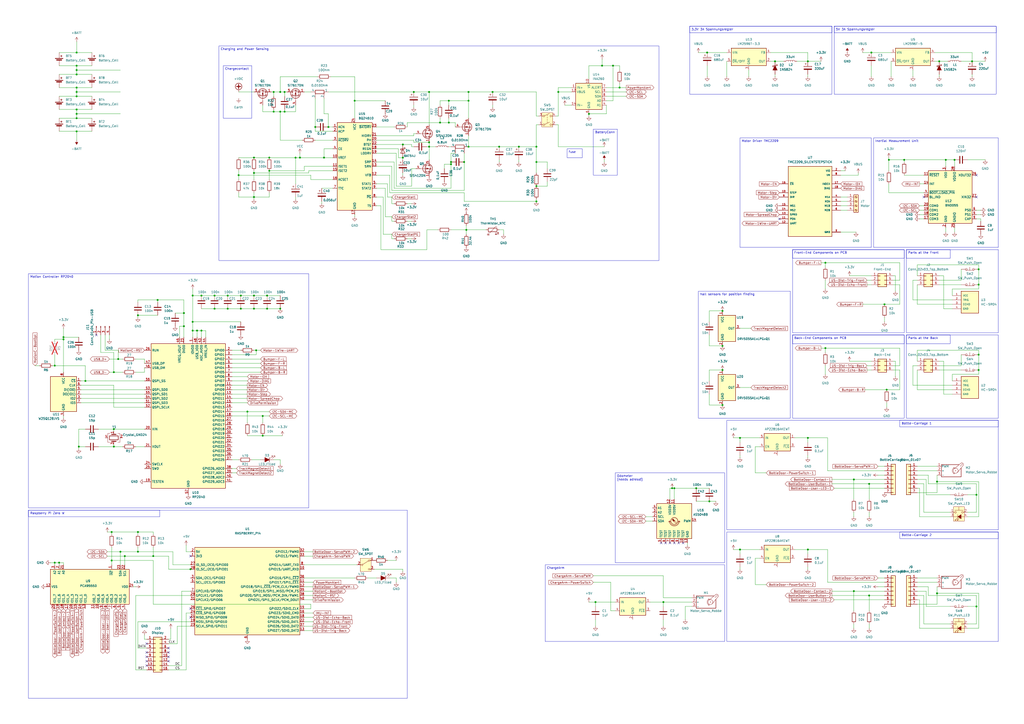
<source format=kicad_sch>
(kicad_sch
	(version 20231120)
	(generator "eeschema")
	(generator_version "8.0")
	(uuid "10e9ed1f-81fe-4a04-a219-cef72219a4ee")
	(paper "A2")
	
	(junction
		(at 429.26 318.77)
		(diameter 0)
		(color 0 0 0 0)
		(uuid "03268f60-248c-430f-9a48-def6cb6c976e")
	)
	(junction
		(at 148.59 203.2)
		(diameter 0)
		(color 0 0 0 0)
		(uuid "04234bed-4ba9-40ef-ac16-7d8ec800186b")
	)
	(junction
		(at 410.21 30.48)
		(diameter 0)
		(color 0 0 0 0)
		(uuid "06870aa4-4c9b-477d-9f05-4ca4de8f6a4d")
	)
	(junction
		(at 147.32 91.44)
		(diameter 0)
		(color 0 0 0 0)
		(uuid "078e93f4-ef9b-4a26-8fc8-7cb6440c9d83")
	)
	(junction
		(at 44.45 50.8)
		(diameter 0)
		(color 0 0 0 0)
		(uuid "083aae67-81c3-4ec2-bf4a-336ec22f72e9")
	)
	(junction
		(at 567.69 156.21)
		(diameter 0)
		(color 0 0 0 0)
		(uuid "0a9bdb1e-9b3a-41f4-835f-eeec191ae320")
	)
	(junction
		(at 205.74 58.42)
		(diameter 0)
		(color 0 0 0 0)
		(uuid "0fa84823-55a1-466b-9cc3-bd54f6acb385")
	)
	(junction
		(at 514.35 226.06)
		(diameter 0)
		(color 0 0 0 0)
		(uuid "1164d9f6-d69f-4765-bfe4-5ec41bb5ffc7")
	)
	(junction
		(at 270.51 133.35)
		(diameter 0)
		(color 0 0 0 0)
		(uuid "1591bc0a-595e-4743-a95b-031ef01c08e6")
	)
	(junction
		(at 248.92 53.34)
		(diameter 0)
		(color 0 0 0 0)
		(uuid "1679ec30-b595-4bc8-847c-00c67a55e84a")
	)
	(junction
		(at 411.48 290.83)
		(diameter 0)
		(color 0 0 0 0)
		(uuid "1b8fa2c7-fa8e-4998-809b-20561d475fbb")
	)
	(junction
		(at 389.89 283.21)
		(diameter 0)
		(color 0 0 0 0)
		(uuid "1d2d508c-e08b-4225-b0ac-1b0f49c14c3f")
	)
	(junction
		(at 36.83 195.58)
		(diameter 0)
		(color 0 0 0 0)
		(uuid "21be0d6d-08dd-4c6b-8dde-b3409b7daccd")
	)
	(junction
		(at 91.44 173.99)
		(diameter 0)
		(color 0 0 0 0)
		(uuid "22a4d2dd-f848-4193-8541-955420f6e17d")
	)
	(junction
		(at 44.45 68.58)
		(diameter 0)
		(color 0 0 0 0)
		(uuid "2421b6f1-9351-4b09-9d81-3293799c07ca")
	)
	(junction
		(at 543.56 279.4)
		(diameter 0)
		(color 0 0 0 0)
		(uuid "25fc08dd-dbcb-4986-8d99-a9d615e74609")
	)
	(junction
		(at 44.45 30.48)
		(diameter 0)
		(color 0 0 0 0)
		(uuid "265fbd34-c236-4afc-b472-ab5f7b1865f2")
	)
	(junction
		(at 64.77 325.12)
		(diameter 0)
		(color 0 0 0 0)
		(uuid "277e0764-7927-4216-849d-6bc3b8e09a44")
	)
	(junction
		(at 139.7 179.07)
		(diameter 0)
		(color 0 0 0 0)
		(uuid "29426718-41a1-4fab-a69c-de55200420f5")
	)
	(junction
		(at 44.45 43.18)
		(diameter 0)
		(color 0 0 0 0)
		(uuid "29b5096b-a417-4d8d-8959-38c8fd1009d5")
	)
	(junction
		(at 173.99 91.44)
		(diameter 0)
		(color 0 0 0 0)
		(uuid "2b369410-99bd-4582-9d81-3d76128a213a")
	)
	(junction
		(at 80.01 182.88)
		(diameter 0)
		(color 0 0 0 0)
		(uuid "2d0abeda-aac0-4388-a19d-3bc6f581aa05")
	)
	(junction
		(at 44.45 76.2)
		(diameter 0)
		(color 0 0 0 0)
		(uuid "2d1447b9-e1f8-416e-9e68-2f3a93be7887")
	)
	(junction
		(at 116.84 191.77)
		(diameter 0)
		(color 0 0 0 0)
		(uuid "2e7fad9a-09d7-4161-afc3-42855f89e07f")
	)
	(junction
		(at 187.96 91.44)
		(diameter 0)
		(color 0 0 0 0)
		(uuid "2fb5237e-5a20-44ce-8f36-963c438a2351")
	)
	(junction
		(at 147.32 179.07)
		(diameter 0)
		(color 0 0 0 0)
		(uuid "2fdf82e2-3891-4bd7-be3f-e7514a4bef5c")
	)
	(junction
		(at 311.15 85.09)
		(diameter 0)
		(color 0 0 0 0)
		(uuid "311f4d38-041f-4193-974d-1c83fbb67e88")
	)
	(junction
		(at 248.92 85.09)
		(diameter 0)
		(color 0 0 0 0)
		(uuid "35ac3a86-2b3b-4a03-adb1-0a5eb95a4bba")
	)
	(junction
		(at 124.46 179.07)
		(diameter 0)
		(color 0 0 0 0)
		(uuid "39a70374-4daf-4db7-bf38-bf4c46ca5dc6")
	)
	(junction
		(at 124.46 171.45)
		(diameter 0)
		(color 0 0 0 0)
		(uuid "3c018187-1d9c-4d03-8c02-29d04cab6f36")
	)
	(junction
		(at 88.9 322.58)
		(diameter 0)
		(color 0 0 0 0)
		(uuid "3ee83e4e-3370-4ed8-bcc6-114de62898d7")
	)
	(junction
		(at 349.25 38.1)
		(diameter 0)
		(color 0 0 0 0)
		(uuid "3eea0a00-3e9a-4c07-bf8c-cd1e7c4edf62")
	)
	(junction
		(at 147.32 100.33)
		(diameter 0)
		(color 0 0 0 0)
		(uuid "41cacee7-f5a4-4feb-90d3-5b89c79d1be2")
	)
	(junction
		(at 147.32 171.45)
		(diameter 0)
		(color 0 0 0 0)
		(uuid "451af065-1b1a-4969-88c6-18b12c3eaf4b")
	)
	(junction
		(at 513.08 176.53)
		(diameter 0)
		(color 0 0 0 0)
		(uuid "46e71d5b-0486-4156-82c5-6cd1b8ff00c5")
	)
	(junction
		(at 116.84 171.45)
		(diameter 0)
		(color 0 0 0 0)
		(uuid "470f61d3-5f15-44b3-9be8-d7ad98c6cb59")
	)
	(junction
		(at 419.1 234.95)
		(diameter 0)
		(color 0 0 0 0)
		(uuid "48971dba-eda7-491c-8cff-cff1d10cc4ba")
	)
	(junction
		(at 355.6 38.1)
		(diameter 0)
		(color 0 0 0 0)
		(uuid "4a08adb7-ea48-4326-a6c2-0515fd040642")
	)
	(junction
		(at 311.15 107.95)
		(diameter 0)
		(color 0 0 0 0)
		(uuid "4c87b946-ba01-4b69-b1a9-9e7e6044b062")
	)
	(junction
		(at 31.75 212.09)
		(diameter 0)
		(color 0 0 0 0)
		(uuid "4f324c9b-e82a-4655-af45-70ad70b76b07")
	)
	(junction
		(at 165.1 64.77)
		(diameter 0)
		(color 0 0 0 0)
		(uuid "4f5c7b81-43d6-4512-a1ff-f2767706b81b")
	)
	(junction
		(at 80.01 308.61)
		(diameter 0)
		(color 0 0 0 0)
		(uuid "4fafc432-26d7-4c70-844e-cbe5d393e13c")
	)
	(junction
		(at 68.58 208.28)
		(diameter 0)
		(color 0 0 0 0)
		(uuid "515f183c-9db6-4e5c-a04a-45e2e5b7cfce")
	)
	(junction
		(at 260.35 71.12)
		(diameter 0)
		(color 0 0 0 0)
		(uuid "51a07f6d-fef6-4ded-b7b5-940b5c2502f1")
	)
	(junction
		(at 563.88 35.56)
		(diameter 0)
		(color 0 0 0 0)
		(uuid "55e24700-a976-46b6-9a5e-322947c19269")
	)
	(junction
		(at 261.62 95.25)
		(diameter 0)
		(color 0 0 0 0)
		(uuid "5648a747-6913-4918-8ca5-acc9f5883311")
	)
	(junction
		(at 504.19 345.44)
		(diameter 0)
		(color 0 0 0 0)
		(uuid "57161dd7-66d7-4a82-9a79-eaa5c269842f")
	)
	(junction
		(at 419.1 214.63)
		(diameter 0)
		(color 0 0 0 0)
		(uuid "58941ba0-49a2-4b85-9a74-91b8353490af")
	)
	(junction
		(at 248.92 82.55)
		(diameter 0)
		(color 0 0 0 0)
		(uuid "594a1fa7-7f41-4e93-aa45-4e1c30e0c436")
	)
	(junction
		(at 567.69 214.63)
		(diameter 0)
		(color 0 0 0 0)
		(uuid "594cf67e-7a44-4414-8f11-a3da63be89bc")
	)
	(junction
		(at 255.27 71.12)
		(diameter 0)
		(color 0 0 0 0)
		(uuid "5cb3f681-a5b8-4722-b634-c4ebdba652ce")
	)
	(junction
		(at 548.64 92.71)
		(diameter 0)
		(color 0 0 0 0)
		(uuid "5eef07a4-476c-4d20-ab85-4e2f6966be7d")
	)
	(junction
		(at 419.1 180.34)
		(diameter 0)
		(color 0 0 0 0)
		(uuid "6897ca32-27ac-491f-81b3-db9981cbe5a5")
	)
	(junction
		(at 567.69 205.74)
		(diameter 0)
		(color 0 0 0 0)
		(uuid "6a3dc16e-cbd1-4799-aa60-2efd10351d35")
	)
	(junction
		(at 261.62 93.98)
		(diameter 0)
		(color 0 0 0 0)
		(uuid "6bda25a7-d433-4177-8a8c-e3ecc441d877")
	)
	(junction
		(at 111.76 191.77)
		(diameter 0)
		(color 0 0 0 0)
		(uuid "6d65149c-99e1-48b1-afd4-3fc0a4e61402")
	)
	(junction
		(at 311.15 93.98)
		(diameter 0)
		(color 0 0 0 0)
		(uuid "6ef56cb4-6ee0-4075-bb1b-a819c1239ddb")
	)
	(junction
		(at 44.45 66.04)
		(diameter 0)
		(color 0 0 0 0)
		(uuid "6f780dc5-431b-4107-8aa6-7a7b80f485db")
	)
	(junction
		(at 80.01 320.04)
		(diameter 0)
		(color 0 0 0 0)
		(uuid "7008afad-ebe6-4b0c-994b-1ffb34cb38c0")
	)
	(junction
		(at 495.3 278.13)
		(diameter 0)
		(color 0 0 0 0)
		(uuid "75888cbd-2c9c-44cc-a124-d721d5a43a54")
	)
	(junction
		(at 66.04 259.08)
		(diameter 0)
		(color 0 0 0 0)
		(uuid "75b73604-a04b-4e5e-8f2b-d7112a354c76")
	)
	(junction
		(at 152.4 252.73)
		(diameter 0)
		(color 0 0 0 0)
		(uuid "75ef01e9-385c-4ea7-9683-cb33dac2e24c")
	)
	(junction
		(at 156.21 99.06)
		(diameter 0)
		(color 0 0 0 0)
		(uuid "7a6f0ed7-48cc-489f-9f10-fea7b8900c2e")
	)
	(junction
		(at 44.45 40.64)
		(diameter 0)
		(color 0 0 0 0)
		(uuid "7b5e014f-6d02-49ab-956c-429ce09c3d2b")
	)
	(junction
		(at 566.42 351.79)
		(diameter 0)
		(color 0 0 0 0)
		(uuid "7cb410a2-cd21-4a99-a0fc-9cfba2c05cfa")
	)
	(junction
		(at 154.94 171.45)
		(diameter 0)
		(color 0 0 0 0)
		(uuid "7dc31fcc-7a3f-43f9-9177-cd22c32ac711")
	)
	(junction
		(at 543.56 344.17)
		(diameter 0)
		(color 0 0 0 0)
		(uuid "80f79bba-cc7f-4b8e-9517-8f247a51f6a4")
	)
	(junction
		(at 311.15 116.84)
		(diameter 0)
		(color 0 0 0 0)
		(uuid "821cd109-e758-4a14-9a36-4eccd116b2e8")
	)
	(junction
		(at 158.75 64.77)
		(diameter 0)
		(color 0 0 0 0)
		(uuid "82b92c49-401a-4913-858f-7e3f2f46ddcf")
	)
	(junction
		(at 111.76 186.69)
		(diameter 0)
		(color 0 0 0 0)
		(uuid "84d0a7d8-7dd4-4f12-bcc9-40014992f2ac")
	)
	(junction
		(at 504.19 280.67)
		(diameter 0)
		(color 0 0 0 0)
		(uuid "8521d5a2-40ba-4a5d-a5c4-2e6ef9471c28")
	)
	(junction
		(at 240.03 53.34)
		(diameter 0)
		(color 0 0 0 0)
		(uuid "85aefa31-e41f-4715-9986-793490d285ff")
	)
	(junction
		(at 44.45 53.34)
		(diameter 0)
		(color 0 0 0 0)
		(uuid "87f4a9f5-047d-4055-84ef-ce082379ddb6")
	)
	(junction
		(at 162.56 64.77)
		(diameter 0)
		(color 0 0 0 0)
		(uuid "882212e7-c879-43a9-94f4-d1d58d5f9db1")
	)
	(junction
		(at 478.79 201.93)
		(diameter 0)
		(color 0 0 0 0)
		(uuid "88a18d9a-46e4-498d-9d39-2906a2038335")
	)
	(junction
		(at 419.1 200.66)
		(diameter 0)
		(color 0 0 0 0)
		(uuid "8949e0e3-3200-4f92-ba6a-fc8d6b9cfd36")
	)
	(junction
		(at 271.78 85.09)
		(diameter 0)
		(color 0 0 0 0)
		(uuid "8a7f6c4c-38fa-47ce-ae35-629d17876516")
	)
	(junction
		(at 111.76 171.45)
		(diameter 0)
		(color 0 0 0 0)
		(uuid "8c8781ed-ac6a-4428-9845-847cdc5f6708")
	)
	(junction
		(at 271.78 53.34)
		(diameter 0)
		(color 0 0 0 0)
		(uuid "8e4272b3-cc34-461e-ac6a-bc00f9b86312")
	)
	(junction
		(at 271.78 58.42)
		(diameter 0)
		(color 0 0 0 0)
		(uuid "8f6c5fa1-1431-4ada-bf5f-e2d89623533d")
	)
	(junction
		(at 132.08 179.07)
		(diameter 0)
		(color 0 0 0 0)
		(uuid "90d555f8-82ed-4e5b-9fde-9f2563ca9a84")
	)
	(junction
		(at 345.44 349.25)
		(diameter 0)
		(color 0 0 0 0)
		(uuid "9339e47f-85f5-408a-b36c-b27fd8430462")
	)
	(junction
		(at 190.5 73.66)
		(diameter 0)
		(color 0 0 0 0)
		(uuid "93f07516-6868-4305-aacb-0ba200e0c11d")
	)
	(junction
		(at 162.56 179.07)
		(diameter 0)
		(color 0 0 0 0)
		(uuid "9471eeb1-2a59-42c9-9805-be6e33dda6f7")
	)
	(junction
		(at 495.3 342.9)
		(diameter 0)
		(color 0 0 0 0)
		(uuid "95c38d03-b4bc-4d18-b7ec-e184e5f2b0d1")
	)
	(junction
		(at 158.75 53.34)
		(diameter 0)
		(color 0 0 0 0)
		(uuid "96aa31a1-4e10-459b-997d-dbaa4ad37b35")
	)
	(junction
		(at 515.62 92.71)
		(diameter 0)
		(color 0 0 0 0)
		(uuid "99315baa-d1fc-4dc4-bcfc-637bd899f1ef")
	)
	(junction
		(at 544.83 35.56)
		(diameter 0)
		(color 0 0 0 0)
		(uuid "99af6a2b-938f-4a05-a868-2edc7d4b2aed")
	)
	(junction
		(at 72.39 322.58)
		(diameter 0)
		(color 0 0 0 0)
		(uuid "9a382fe7-2567-41bd-b706-8a429acfe147")
	)
	(junction
		(at 154.94 179.07)
		(diameter 0)
		(color 0 0 0 0)
		(uuid "9c8a7697-ebc2-4d23-9b1c-948f5bccfdc2")
	)
	(junction
		(at 49.53 220.98)
		(diameter 0)
		(color 0 0 0 0)
		(uuid "9e9c8458-49a2-4c4a-9aa4-a77a98a09679")
	)
	(junction
		(at 391.16 283.21)
		(diameter 0)
		(color 0 0 0 0)
		(uuid "9f75e55c-6b64-43ca-a3d6-8f8cc0d4d803")
	)
	(junction
		(at 44.45 55.88)
		(diameter 0)
		(color 0 0 0 0)
		(uuid "a042a7b2-81e2-4dbc-9fc4-79a7c6613bb5")
	)
	(junction
		(at 106.68 189.23)
		(diameter 0)
		(color 0 0 0 0)
		(uuid "a0da04da-7b55-4416-b220-aaaa0dffdfe3")
	)
	(junction
		(at 143.51 238.76)
		(diameter 0)
		(color 0 0 0 0)
		(uuid "a174328b-591f-4f4e-acd9-d1960c5a1d5e")
	)
	(junction
		(at 45.72 259.08)
		(diameter 0)
		(color 0 0 0 0)
		(uuid "a3540f26-1336-4e81-a8eb-434080559b46")
	)
	(junction
		(at 110.49 330.2)
		(diameter 0)
		(color 0 0 0 0)
		(uuid "a8b3ec47-a9a9-4ba1-b749-6c31898f83b9")
	)
	(junction
		(at 114.3 191.77)
		(diameter 0)
		(color 0 0 0 0)
		(uuid "a9ae8d97-5143-4d48-8437-3701e9202cc1")
	)
	(junction
		(at 171.45 91.44)
		(diameter 0)
		(color 0 0 0 0)
		(uuid "b5f21407-4b80-434f-ba8b-2953c30b04b1")
	)
	(junction
		(at 566.42 287.02)
		(diameter 0)
		(color 0 0 0 0)
		(uuid "b783d9c8-d090-495a-83a1-e580f2c25178")
	)
	(junction
		(at 468.63 318.77)
		(diameter 0)
		(color 0 0 0 0)
		(uuid "bbc22500-7889-4288-be0d-cfd80288ac5c")
	)
	(junction
		(at 384.81 349.25)
		(diameter 0)
		(color 0 0 0 0)
		(uuid "bc4e959e-e2ad-4122-b784-10f1fe12ed65")
	)
	(junction
		(at 147.32 114.3)
		(diameter 0)
		(color 0 0 0 0)
		(uuid "c0be65a4-b948-4986-9442-3575c41d013b")
	)
	(junction
		(at 64.77 308.61)
		(diameter 0)
		(color 0 0 0 0)
		(uuid "c5a02223-bddc-4462-98b4-b63f3acdf809")
	)
	(junction
		(at 449.58 35.56)
		(diameter 0)
		(color 0 0 0 0)
		(uuid "c799042d-ae88-43cc-a271-0df941a8f484")
	)
	(junction
		(at 269.24 93.98)
		(diameter 0)
		(color 0 0 0 0)
		(uuid "c7d05e29-29a0-49a9-a586-8d5da62223fe")
	)
	(junction
		(at 553.72 92.71)
		(diameter 0)
		(color 0 0 0 0)
		(uuid "c85e723b-7570-4cf5-84ad-b61532129048")
	)
	(junction
		(at 289.56 85.09)
		(diameter 0)
		(color 0 0 0 0)
		(uuid "c98230bc-9741-4d2b-b0c6-8db53ea0f657")
	)
	(junction
		(at 69.85 320.04)
		(diameter 0)
		(color 0 0 0 0)
		(uuid "c9829d1e-e068-4d7b-979c-0567ec83b092")
	)
	(junction
		(at 156.21 91.44)
		(diameter 0)
		(color 0 0 0 0)
		(uuid "c9b95984-e325-4229-95f0-72e6effc4e99")
	)
	(junction
		(at 300.99 85.09)
		(diameter 0)
		(color 0 0 0 0)
		(uuid "cb05a25a-166f-42f3-90e5-a4460cb0206d")
	)
	(junction
		(at 66.04 248.92)
		(diameter 0)
		(color 0 0 0 0)
		(uuid "cde65cd6-c066-46d8-a2f4-f11966f8d9bc")
	)
	(junction
		(at 233.68 83.82)
		(diameter 0)
		(color 0 0 0 0)
		(uuid "ce7a012a-b7ac-4733-9453-7513c5eadd71")
	)
	(junction
		(at 36.83 196.85)
		(diameter 0)
		(color 0 0 0 0)
		(uuid "cf515f11-e932-4ebb-a615-a2f4c79f2c55")
	)
	(junction
		(at 341.63 66.04)
		(diameter 0)
		(color 0 0 0 0)
		(uuid "d11ba81a-bdac-481a-9bd9-cd8d713f0ecf")
	)
	(junction
		(at 44.45 38.1)
		(diameter 0)
		(color 0 0 0 0)
		(uuid "d460fc4e-116b-461c-9aad-963e945b1fdb")
	)
	(junction
		(at 182.88 73.66)
		(diameter 0)
		(color 0 0 0 0)
		(uuid "d7218f09-481c-4dfb-8660-d32c7d548973")
	)
	(junction
		(at 31.75 326.39)
		(diameter 0)
		(color 0 0 0 0)
		(uuid "d7cc7e0e-4b77-4814-a0d4-6785824da040")
	)
	(junction
		(at 403.86 283.21)
		(diameter 0)
		(color 0 0 0 0)
		(uuid "db7b671f-52e1-4b28-8b64-2de38bc73d4f")
	)
	(junction
		(at 152.4 241.3)
		(diameter 0)
		(color 0 0 0 0)
		(uuid "dc242737-9d3c-4090-9829-a23ee9040928")
	)
	(junction
		(at 478.79 152.4)
		(diameter 0)
		(color 0 0 0 0)
		(uuid "dc30a080-afb7-48a1-9348-3fa78b8193e0")
	)
	(junction
		(at 66.04 215.9)
		(diameter 0)
		(color 0 0 0 0)
		(uuid "decbe553-a3bd-4fc0-9f73-f7e590a6e953")
	)
	(junction
		(at 139.7 171.45)
		(diameter 0)
		(color 0 0 0 0)
		(uuid "e1775e11-9fe6-4463-8146-18d8ced08735")
	)
	(junction
		(at 106.68 181.61)
		(diameter 0)
		(color 0 0 0 0)
		(uuid "e18add9c-c3d0-41a9-8ecf-c6c33a8a8953")
	)
	(junction
		(at 162.56 53.34)
		(diameter 0)
		(color 0 0 0 0)
		(uuid "e638f2a4-5e9e-4671-badd-88fbc55318f6")
	)
	(junction
		(at 429.26 254)
		(diameter 0)
		(color 0 0 0 0)
		(uuid "e643f0fc-a1a1-4012-a5b0-69948705cd8f")
	)
	(junction
		(at 165.1 53.34)
		(diameter 0)
		(color 0 0 0 0)
		(uuid "e996c373-c3aa-4ac5-9496-1773721cfd1c")
	)
	(junction
		(at 132.08 171.45)
		(diameter 0)
		(color 0 0 0 0)
		(uuid "ebd25529-48dc-4d3c-995a-0a53a2b21d6f")
	)
	(junction
		(at 285.75 53.34)
		(diameter 0)
		(color 0 0 0 0)
		(uuid "ed079d0b-fea7-481b-852a-0b16d86be289")
	)
	(junction
		(at 359.41 50.8)
		(diameter 0)
		(color 0 0 0 0)
		(uuid "ee21e3f5-e352-4a84-93cf-62e554bde62b")
	)
	(junction
		(at 260.35 58.42)
		(diameter 0)
		(color 0 0 0 0)
		(uuid "ee485631-1076-491b-ae9c-d926dec44c36")
	)
	(junction
		(at 323.85 53.34)
		(diameter 0)
		(color 0 0 0 0)
		(uuid "eec98f71-cafb-4731-a4ef-ebdea913f8f8")
	)
	(junction
		(at 468.63 254)
		(diameter 0)
		(color 0 0 0 0)
		(uuid "efd94e32-e0ba-4970-b1bf-8fd3aa6a1536")
	)
	(junction
		(at 524.51 92.71)
		(diameter 0)
		(color 0 0 0 0)
		(uuid "f1ea72bd-ddab-4c9c-bc3e-94b9ac135f23")
	)
	(junction
		(at 34.29 326.39)
		(diameter 0)
		(color 0 0 0 0)
		(uuid "f2ce2bf7-3045-45bb-b7fc-f2ad386e880f")
	)
	(junction
		(at 138.43 101.6)
		(diameter 0)
		(color 0 0 0 0)
		(uuid "f7c9a31e-a985-4a15-ba63-951e53625b76")
	)
	(junction
		(at 233.68 91.44)
		(diameter 0)
		(color 0 0 0 0)
		(uuid "f7fb99b1-7b2a-472f-90af-0ba450949010")
	)
	(junction
		(at 567.69 165.1)
		(diameter 0)
		(color 0 0 0 0)
		(uuid "f809335f-7b79-4149-8b15-3c5482826fa5")
	)
	(junction
		(at 505.46 30.48)
		(diameter 0)
		(color 0 0 0 0)
		(uuid "f91e5096-4f67-48ae-a66f-f4215968b35a")
	)
	(junction
		(at 44.45 63.5)
		(diameter 0)
		(color 0 0 0 0)
		(uuid "fe282bc1-f285-4dcb-aaf1-eb1ddb5ceb2f")
	)
	(junction
		(at 468.63 35.56)
		(diameter 0)
		(color 0 0 0 0)
		(uuid "fedb9ee5-9f24-4d12-a2db-5fd24ffa6199")
	)
	(no_connect
		(at 97.79 381)
		(uuid "021001d3-54bb-43af-96f6-b26e9c659e18")
	)
	(no_connect
		(at 452.12 127)
		(uuid "0260e9ab-8e3e-4bc2-9dbe-5591cc0b01ef")
	)
	(no_connect
		(at 393.7 314.96)
		(uuid "0aa3e324-e029-4e75-a35d-32bbcc9a147b")
	)
	(no_connect
		(at 535.94 114.3)
		(uuid "0dbbdef1-cd64-4ae0-a69d-69f0c468be48")
	)
	(no_connect
		(at 85.09 378.46)
		(uuid "26a83691-8bca-4558-b04c-8dc3d911c369")
	)
	(no_connect
		(at 566.42 101.6)
		(uuid "384be073-ba93-4b1b-904d-552e784c8b00")
	)
	(no_connect
		(at 110.49 322.58)
		(uuid "47a92e0d-52a0-4f2c-8d09-ee9bd39c40b1")
	)
	(no_connect
		(at 97.79 375.92)
		(uuid "4b40c3af-bf17-4bab-9bb5-2510a50a4ec9")
	)
	(no_connect
		(at 396.24 314.96)
		(uuid "5a46784a-dd16-4e27-8b4d-1d363770a20f")
	)
	(no_connect
		(at 97.79 378.46)
		(uuid "6257e041-cd99-4a49-8a76-f3ff86946193")
	)
	(no_connect
		(at 391.16 314.96)
		(uuid "76f314ef-0d7b-44b6-aab5-f5f230adbd7e")
	)
	(no_connect
		(at 85.09 373.38)
		(uuid "7bd2e65b-56d9-420c-a018-2a5d5a02554e")
	)
	(no_connect
		(at 110.49 358.14)
		(uuid "9a125ab6-104d-4f14-b891-62a62e1dabbe")
	)
	(no_connect
		(at 85.09 381)
		(uuid "9b2289bf-8143-4131-9381-e619526b00f4")
	)
	(no_connect
		(at 386.08 314.96)
		(uuid "a9eb4a0c-15fe-49cf-b559-eed295bbc624")
	)
	(no_connect
		(at 85.09 383.54)
		(uuid "bfb6b1e8-8245-4b92-add5-709ad45e5f85")
	)
	(no_connect
		(at 55.88 194.31)
		(uuid "c2ad0957-19e7-43e7-a01b-6131327d59c9")
	)
	(no_connect
		(at 388.62 314.96)
		(uuid "c3df7663-15a5-4e50-b4fd-21a303b85af3")
	)
	(no_connect
		(at 383.54 314.96)
		(uuid "c7b5a869-6317-49bc-8d06-4f3c522bd3e5")
	)
	(no_connect
		(at 566.42 114.3)
		(uuid "dbf644f0-5284-44a5-8de9-ca76d961beec")
	)
	(no_connect
		(at 110.49 353.06)
		(uuid "e345bbe3-e995-4b6e-ae48-7e9601f776ae")
	)
	(no_connect
		(at 85.09 386.08)
		(uuid "e587497b-cd6b-4b10-b992-efd6ef61afce")
	)
	(no_connect
		(at 97.79 383.54)
		(uuid "fb97d1e7-9674-45c1-9941-25e8c7381056")
	)
	(wire
		(pts
			(xy 66.04 259.08) (xy 66.04 257.81)
		)
		(stroke
			(width 0)
			(type default)
		)
		(uuid "001dffd7-7641-4fd9-a9d3-c65c327bb6e0")
	)
	(wire
		(pts
			(xy 567.69 203.2) (xy 532.13 203.2)
		)
		(stroke
			(width 0)
			(type default)
		)
		(uuid "010455f5-cb6a-4251-87f5-60e736b25ecb")
	)
	(wire
		(pts
			(xy 248.92 85.09) (xy 252.73 85.09)
		)
		(stroke
			(width 0)
			(type default)
		)
		(uuid "01544584-5bf4-4092-b24e-068aaa0fc62f")
	)
	(wire
		(pts
			(xy 62.23 320.04) (xy 69.85 320.04)
		)
		(stroke
			(width 0)
			(type default)
		)
		(uuid "020e7bd2-975d-483f-8535-d66b8332c03a")
	)
	(wire
		(pts
			(xy 181.61 322.58) (xy 176.53 322.58)
		)
		(stroke
			(width 0)
			(type default)
		)
		(uuid "021dd310-9842-412f-b9a6-439ebfee9b07")
	)
	(wire
		(pts
			(xy 60.96 203.2) (xy 60.96 194.31)
		)
		(stroke
			(width 0)
			(type default)
		)
		(uuid "024b73a8-241a-41ac-8ba5-fb036987d738")
	)
	(wire
		(pts
			(xy 521.97 214.63) (xy 518.16 214.63)
		)
		(stroke
			(width 0)
			(type default)
		)
		(uuid "02694717-9285-40e8-852d-4a4b6d6acde5")
	)
	(wire
		(pts
			(xy 500.38 176.53) (
... [485032 chars truncated]
</source>
